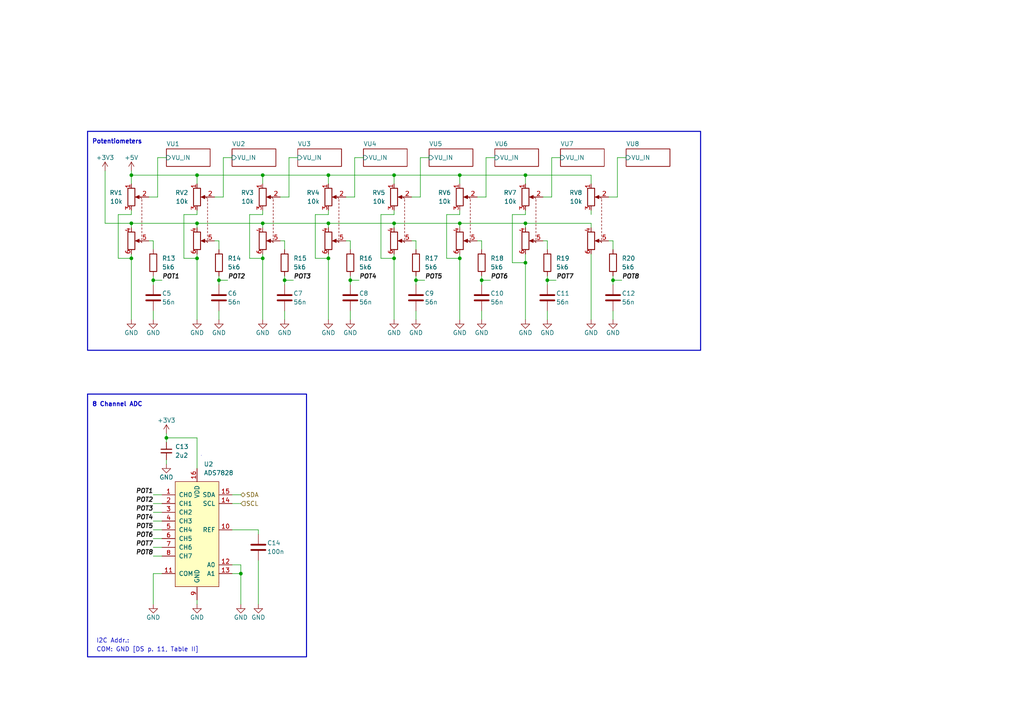
<source format=kicad_sch>
(kicad_sch (version 20230121) (generator eeschema)
  (paper "A4")
  (lib_symbols
    (symbol "Analog_ADC:ADS7828" (pin_names (offset 1.016))
      (property "Reference" "U" (at -5.08 15.24 0))
      (property "Value" "ADS7828" (at 5.08 15.24 0))
      (symbol "ADS7828_0_1"
        (rectangle (start -6.35 13.97) (end 6.35 -16.51) (fill (type background)))
        (rectangle (start 6.35 -15.24) (end 6.35 -15.24))
      )
      (symbol "ADS7828_1_1"
        (pin input line (at -10.16 10.16 0) (length 3.81) (name "CH0") (number "1"))
        (pin bidirectional line (at 10.16 0 180) (length 3.81) (name "REF") (number "10"))
        (pin input line (at -10.16 -12.7 0) (length 3.81) (name "COM") (number "11"))
        (pin input line (at 10.16 -10.16 180) (length 3.81) (name "A0") (number "12"))
        (pin input line (at 10.16 -12.7 180) (length 3.81) (name "A1") (number "13"))
        (pin input line (at 10.16 7.62 180) (length 3.81) (name "SCL") (number "14"))
        (pin bidirectional line (at 10.16 10.16 180) (length 3.81) (name "SDA") (number "15"))
        (pin power_in line (at 0 17.78 270) (length 3.81) (name "VDD") (number "16"))
        (pin input line (at -10.16 7.62 0) (length 3.81) (name "CH1") (number "2"))
        (pin input line (at -10.16 5.08 0) (length 3.81) (name "CH2") (number "3"))
        (pin input line (at -10.16 2.54 0) (length 3.81) (name "CH3") (number "4"))
        (pin input line (at -10.16 0 0) (length 3.81) (name "CH4") (number "5"))
        (pin input line (at -10.16 -2.54 0) (length 3.81) (name "CH5") (number "6"))
        (pin input line (at -10.16 -5.08 0) (length 3.81) (name "CH6") (number "7"))
        (pin input line (at -10.16 -7.62 0) (length 3.81) (name "CH7") (number "8"))
        (pin power_in line (at 0 -20.32 90) (length 3.81) (name "GND") (number "9"))
      )
    )
    (symbol "Device:C" (pin_numbers hide) (pin_names (offset 0.254))
      (property "Reference" "C" (at 0.635 2.54 0))
      (property "Value" "C" (at 0.635 -2.54 0))
      (symbol "C_0_1"
        (polyline (pts (xy -2.032 -0.762) (xy 2.032 -0.762)) (stroke (width 0.508)))
        (polyline (pts (xy -2.032 0.762) (xy 2.032 0.762)) (stroke (width 0.508)))
      )
      (symbol "C_1_1"
        (pin passive line (at 0 3.81 270) (length 2.794) (name "~") (number "1"))
        (pin passive line (at 0 -3.81 90) (length 2.794) (name "~") (number "2"))
      )
    )
    (symbol "Device:C_Small" (pin_numbers hide) (pin_names (offset 0.254) hide)
      (property "Reference" "C" (at 0.254 1.778 0))
      (property "Value" "C_Small" (at 0.254 -2.032 0))
      (symbol "C_Small_0_1"
        (polyline (pts (xy -1.524 -0.508) (xy 1.524 -0.508)) (stroke (width 0.3302)))
        (polyline (pts (xy -1.524 0.508) (xy 1.524 0.508)) (stroke (width 0.3048)))
      )
      (symbol "C_Small_1_1"
        (pin passive line (at 0 2.54 270) (length 2.032) (name "~") (number "1"))
        (pin passive line (at 0 -2.54 90) (length 2.032) (name "~") (number "2"))
      )
    )
    (symbol "Device:R" (pin_numbers hide) (pin_names (offset 0))
      (property "Reference" "R" (at 2.032 0 90))
      (property "Value" "R" (at 0 0 90))
      (symbol "R_0_1"
        (rectangle (start -1.016 -2.54) (end 1.016 2.54) (stroke (width 0.254)))
      )
      (symbol "R_1_1"
        (pin passive line (at 0 3.81 270) (length 1.27) (name "~") (number "1"))
        (pin passive line (at 0 -3.81 90) (length 1.27) (name "~") (number "2"))
      )
    )
    (symbol "Device:R_Potentiometer_Dual" (pin_names (offset 1.016) hide)
      (property "Reference" "RV" (at 0 3.81 0))
      (property "Value" "R_Potentiometer_Dual" (at 0 1.905 0))
      (symbol "R_Potentiometer_Dual_0_1"
        (rectangle (start -8.89 -1.524) (end -3.81 -3.556) (stroke (width 0.254)))
        (polyline (pts (xy -6.35 0) (xy -6.35 -1.016)))
        (polyline (pts (xy -6.35 0) (xy -6.35 -1.016)))
        (polyline (pts (xy -6.35 0) (xy -5.842 0.508)))
        (polyline (pts (xy -5.588 0.508) (xy -5.08 0.508)))
        (polyline (pts (xy -4.572 0.508) (xy -4.064 0.508)))
        (polyline (pts (xy -3.556 0.508) (xy -3.048 0.508)))
        (polyline (pts (xy -2.54 0.508) (xy -2.032 0.508)))
        (polyline (pts (xy -1.524 0.508) (xy -1.016 0.508)))
        (polyline (pts (xy -0.508 0.508) (xy 0 0.508)))
        (polyline (pts (xy 0.508 0.508) (xy 1.016 0.508)))
        (polyline (pts (xy 1.524 0.508) (xy 2.032 0.508)))
        (polyline (pts (xy 2.54 0.508) (xy 3.048 0.508)))
        (polyline (pts (xy 3.556 0.508) (xy 4.064 0.508)))
        (polyline (pts (xy 4.572 0.508) (xy 5.08 0.508)))
        (polyline (pts (xy 5.588 0.508) (xy 6.096 0.508)))
        (polyline (pts (xy 6.35 0) (xy 6.35 -1.016)))
        (polyline (pts (xy 6.35 0) (xy 6.35 -1.016)))
        (polyline (pts (xy 6.604 0.508) (xy 6.858 0.508) (xy 6.35 0)))
        (polyline (pts (xy -6.35 -1.397) (xy -6.858 -0.254) (xy -5.842 -0.254) (xy -6.35 -1.397)) (fill (type outline)))
        (polyline (pts (xy 6.35 -1.397) (xy 5.842 -0.254) (xy 6.858 -0.254) (xy 6.35 -1.397)) (fill (type outline)))
        (rectangle (start 3.81 -1.524) (end 8.89 -3.556) (stroke (width 0.254)))
      )
      (symbol "R_Potentiometer_Dual_1_1"
        (pin passive line (at -10.16 -2.54 0) (length 1.27) (name "1") (number "1"))
        (pin passive line (at -6.35 2.54 270) (length 2.54) (name "2") (number "2"))
        (pin passive line (at -2.54 -2.54 180) (length 1.27) (name "3") (number "3"))
        (pin passive line (at 2.54 -2.54 0) (length 1.27) (name "4") (number "4"))
        (pin passive line (at 6.35 2.54 270) (length 2.54) (name "5") (number "5"))
        (pin passive line (at 10.16 -2.54 180) (length 1.27) (name "6") (number "6"))
      )
    )
    (symbol "power:+3V3" (power) (pin_names (offset 0))
      (property "Value" "+3V3" (at 0 3.556 0))
      (symbol "+3V3_0_1"
        (polyline (pts (xy -0.762 1.27) (xy 0 2.54)))
        (polyline (pts (xy 0 0) (xy 0 2.54)))
        (polyline (pts (xy 0 2.54) (xy 0.762 1.27)))
      )
      (symbol "+3V3_1_1"
        (pin power_in line (at 0 0 90) (length 0) hide (name "+3V3") (number "1"))
      )
    )
    (symbol "power:+5V" (power) (pin_names (offset 0))
      (property "Value" "+5V" (at 0 3.556 0))
      (symbol "+5V_0_1"
        (polyline (pts (xy -0.762 1.27) (xy 0 2.54)))
        (polyline (pts (xy 0 0) (xy 0 2.54)))
        (polyline (pts (xy 0 2.54) (xy 0.762 1.27)))
      )
      (symbol "+5V_1_1"
        (pin power_in line (at 0 0 90) (length 0) hide (name "+5V") (number "1"))
      )
    )
    (symbol "power:GND" (power) (pin_names (offset 0))
      (property "Value" "GND" (at 0 -3.81 0))
      (symbol "GND_0_1"
        (polyline (pts (xy 0 0) (xy 0 -1.27) (xy 1.27 -1.27) (xy 0 -2.54) (xy -1.27 -1.27) (xy 0 -1.27)))
      )
      (symbol "GND_1_1"
        (pin power_in line (at 0 0 270) (length 0) hide (name "GND") (number "1"))
      )
    )
  )
  (junction (at 57.15 64.77))
  (junction (at 48.26 127))
  (junction (at 101.6 81.28))
  (junction (at 114.3 64.77))
  (junction (at 38.1 64.77))
  (junction (at 38.1 50.8))
  (junction (at 114.3 74.93))
  (junction (at 82.55 81.28))
  (junction (at 57.15 74.93))
  (junction (at 44.45 81.28))
  (junction (at 69.85 166.37))
  (junction (at 95.25 74.93))
  (junction (at 76.2 74.93))
  (junction (at 158.75 81.28))
  (junction (at 152.4 50.8))
  (junction (at 152.4 64.77))
  (junction (at 76.2 64.77))
  (junction (at 38.1 74.93))
  (junction (at 133.35 74.93))
  (junction (at 63.5 81.28))
  (junction (at 114.3 50.8))
  (junction (at 177.8 81.28))
  (junction (at 95.25 64.77))
  (junction (at 133.35 50.8))
  (junction (at 120.65 81.28))
  (junction (at 133.35 64.77))
  (junction (at 76.2 50.8))
  (junction (at 139.7 81.28))
  (junction (at 152.4 76.2))
  (junction (at 57.15 50.8))
  (junction (at 95.25 50.8))
  (wire (pts (xy 72.39 74.93) (xy 76.2 74.93)))
  (wire (pts (xy 44.45 92.71) (xy 44.45 90.17)))
  (wire (pts (xy 43.18 57.15) (xy 45.72 57.15)))
  (wire (pts (xy 110.49 62.23) (xy 110.49 74.93)))
  (wire (pts (xy 34.29 62.23) (xy 34.29 74.93)))
  (wire (pts (xy 45.72 45.72) (xy 48.26 45.72)))
  (wire (pts (xy 44.45 158.75) (xy 46.99 158.75)))
  (wire (pts (xy 120.65 80.01) (xy 120.65 81.28)))
  (wire (pts (xy 57.15 64.77) (xy 57.15 66.04)))
  (wire (pts (xy 63.5 80.01) (xy 63.5 81.28)))
  (wire (pts (xy 38.1 64.77) (xy 57.15 64.77)))
  (wire (pts (xy 48.26 127) (xy 57.15 127)))
  (wire (pts (xy 140.97 45.72) (xy 143.51 45.72)))
  (wire (pts (xy 76.2 64.77) (xy 76.2 66.04)))
  (wire (pts (xy 101.6 69.85) (xy 101.6 72.39)))
  (wire (pts (xy 102.87 57.15) (xy 102.87 45.72)))
  (wire (pts (xy 152.4 62.23) (xy 148.59 62.23)))
  (wire (pts (xy 114.3 73.66) (xy 114.3 74.93)))
  (wire (pts (xy 72.39 62.23) (xy 76.2 62.23)))
  (wire (pts (xy 76.2 74.93) (xy 76.2 92.71)))
  (wire (pts (xy 76.2 64.77) (xy 95.25 64.77)))
  (wire (pts (xy 176.53 69.85) (xy 177.8 69.85)))
  (wire (pts (xy 95.25 73.66) (xy 95.25 74.93)))
  (wire (pts (xy 133.35 64.77) (xy 152.4 64.77)))
  (wire (pts (xy 120.65 81.28) (xy 120.65 82.55)))
  (wire (pts (xy 176.53 57.15) (xy 179.07 57.15)))
  (wire (pts (xy 101.6 80.01) (xy 101.6 81.28)))
  (wire (pts (xy 63.5 69.85) (xy 63.5 72.39)))
  (wire (pts (xy 34.29 62.23) (xy 38.1 62.23)))
  (wire (pts (xy 114.3 64.77) (xy 133.35 64.77)))
  (wire (pts (xy 48.26 125.73) (xy 48.26 127)))
  (wire (pts (xy 158.75 81.28) (xy 161.29 81.28)))
  (wire (pts (xy 57.15 50.8) (xy 57.15 53.34)))
  (wire (pts (xy 82.55 92.71) (xy 82.55 90.17)))
  (wire (pts (xy 57.15 50.8) (xy 76.2 50.8)))
  (wire (pts (xy 129.54 74.93) (xy 133.35 74.93)))
  (wire (pts (xy 76.2 62.23) (xy 76.2 60.96)))
  (wire (pts (xy 48.26 127) (xy 48.26 128.27)))
  (wire (pts (xy 139.7 81.28) (xy 142.24 81.28)))
  (wire (pts (xy 63.5 92.71) (xy 63.5 90.17)))
  (wire (pts (xy 46.99 166.37) (xy 44.45 166.37)))
  (wire (pts (xy 152.4 50.8) (xy 171.45 50.8)))
  (wire (pts (xy 102.87 45.72) (xy 105.41 45.72)))
  (wire (pts (xy 114.3 62.23) (xy 110.49 62.23)))
  (wire (pts (xy 171.45 50.8) (xy 171.45 53.34)))
  (wire (pts (xy 64.77 45.72) (xy 67.31 45.72)))
  (wire (pts (xy 133.35 64.77) (xy 133.35 66.04)))
  (wire (pts (xy 114.3 74.93) (xy 114.3 92.71)))
  (wire (pts (xy 81.28 69.85) (xy 82.55 69.85)))
  (wire (pts (xy 114.3 50.8) (xy 114.3 53.34)))
  (wire (pts (xy 76.2 50.8) (xy 95.25 50.8)))
  (wire (pts (xy 44.45 156.21) (xy 46.99 156.21)))
  (wire (pts (xy 57.15 73.66) (xy 57.15 74.93)))
  (wire (pts (xy 133.35 74.93) (xy 133.35 92.71)))
  (wire (pts (xy 139.7 69.85) (xy 139.7 72.39)))
  (wire (pts (xy 57.15 74.93) (xy 53.34 74.93)))
  (wire (pts (xy 152.4 64.77) (xy 152.4 66.04)))
  (wire (pts (xy 57.15 74.93) (xy 57.15 92.71)))
  (wire (pts (xy 67.31 166.37) (xy 69.85 166.37)))
  (wire (pts (xy 57.15 175.26) (xy 57.15 173.99)))
  (wire (pts (xy 120.65 81.28) (xy 123.19 81.28)))
  (wire (pts (xy 152.4 62.23) (xy 152.4 60.96)))
  (wire (pts (xy 120.65 92.71) (xy 120.65 90.17)))
  (wire (pts (xy 95.25 64.77) (xy 95.25 66.04)))
  (wire (pts (xy 177.8 80.01) (xy 177.8 81.28)))
  (wire (pts (xy 95.25 64.77) (xy 114.3 64.77)))
  (wire (pts (xy 121.92 57.15) (xy 121.92 45.72)))
  (wire (pts (xy 63.5 81.28) (xy 63.5 82.55)))
  (wire (pts (xy 69.85 166.37) (xy 69.85 163.83)))
  (wire (pts (xy 95.25 50.8) (xy 95.25 53.34)))
  (wire (pts (xy 121.92 45.72) (xy 124.46 45.72)))
  (wire (pts (xy 152.4 64.77) (xy 171.45 64.77)))
  (wire (pts (xy 133.35 62.23) (xy 129.54 62.23)))
  (wire (pts (xy 139.7 92.71) (xy 139.7 90.17)))
  (wire (pts (xy 83.82 57.15) (xy 83.82 45.72)))
  (wire (pts (xy 74.93 153.67) (xy 67.31 153.67)))
  (wire (pts (xy 157.48 57.15) (xy 160.02 57.15)))
  (wire (pts (xy 95.25 62.23) (xy 91.44 62.23)))
  (wire (pts (xy 44.45 151.13) (xy 46.99 151.13)))
  (wire (pts (xy 139.7 80.01) (xy 139.7 81.28)))
  (wire (pts (xy 82.55 81.28) (xy 82.55 82.55)))
  (wire (pts (xy 38.1 49.53) (xy 38.1 50.8)))
  (wire (pts (xy 30.48 49.53) (xy 30.48 64.77)))
  (wire (pts (xy 44.45 153.67) (xy 46.99 153.67)))
  (wire (pts (xy 81.28 57.15) (xy 83.82 57.15)))
  (wire (pts (xy 158.75 92.71) (xy 158.75 90.17)))
  (wire (pts (xy 44.45 166.37) (xy 44.45 175.26)))
  (wire (pts (xy 133.35 62.23) (xy 133.35 60.96)))
  (wire (pts (xy 69.85 166.37) (xy 69.85 175.26)))
  (wire (pts (xy 158.75 80.01) (xy 158.75 81.28)))
  (wire (pts (xy 44.45 161.29) (xy 46.99 161.29)))
  (wire (pts (xy 95.25 50.8) (xy 114.3 50.8)))
  (wire (pts (xy 95.25 74.93) (xy 95.25 92.71)))
  (wire (pts (xy 100.33 69.85) (xy 101.6 69.85)))
  (wire (pts (xy 44.45 81.28) (xy 44.45 82.55)))
  (wire (pts (xy 76.2 50.8) (xy 76.2 53.34)))
  (wire (pts (xy 38.1 66.04) (xy 38.1 64.77)))
  (wire (pts (xy 82.55 80.01) (xy 82.55 81.28)))
  (wire (pts (xy 64.77 57.15) (xy 64.77 45.72)))
  (wire (pts (xy 91.44 62.23) (xy 91.44 74.93)))
  (wire (pts (xy 140.97 57.15) (xy 140.97 45.72)))
  (wire (pts (xy 44.45 69.85) (xy 44.45 72.39)))
  (wire (pts (xy 160.02 57.15) (xy 160.02 45.72)))
  (wire (pts (xy 133.35 50.8) (xy 152.4 50.8)))
  (wire (pts (xy 53.34 62.23) (xy 57.15 62.23)))
  (wire (pts (xy 114.3 64.77) (xy 114.3 66.04)))
  (wire (pts (xy 44.45 81.28) (xy 46.99 81.28)))
  (wire (pts (xy 152.4 73.66) (xy 152.4 76.2)))
  (wire (pts (xy 114.3 62.23) (xy 114.3 60.96)))
  (wire (pts (xy 133.35 50.8) (xy 133.35 53.34)))
  (wire (pts (xy 148.59 76.2) (xy 152.4 76.2)))
  (wire (pts (xy 62.23 57.15) (xy 64.77 57.15)))
  (wire (pts (xy 138.43 57.15) (xy 140.97 57.15)))
  (wire (pts (xy 171.45 62.23) (xy 171.45 60.96)))
  (wire (pts (xy 30.48 64.77) (xy 38.1 64.77)))
  (wire (pts (xy 44.45 143.51) (xy 46.99 143.51)))
  (wire (pts (xy 160.02 45.72) (xy 162.56 45.72)))
  (wire (pts (xy 67.31 143.51) (xy 69.85 143.51)))
  (wire (pts (xy 83.82 45.72) (xy 86.36 45.72)))
  (wire (pts (xy 57.15 64.77) (xy 76.2 64.77)))
  (wire (pts (xy 171.45 64.77) (xy 171.45 66.04)))
  (wire (pts (xy 67.31 146.05) (xy 69.85 146.05)))
  (wire (pts (xy 133.35 73.66) (xy 133.35 74.93)))
  (wire (pts (xy 62.23 69.85) (xy 63.5 69.85)))
  (wire (pts (xy 38.1 73.66) (xy 38.1 74.93)))
  (wire (pts (xy 57.15 127) (xy 57.15 135.89)))
  (wire (pts (xy 74.93 153.67) (xy 74.93 154.94)))
  (wire (pts (xy 76.2 73.66) (xy 76.2 74.93)))
  (wire (pts (xy 101.6 92.71) (xy 101.6 90.17)))
  (wire (pts (xy 100.33 57.15) (xy 102.87 57.15)))
  (wire (pts (xy 101.6 81.28) (xy 104.14 81.28)))
  (wire (pts (xy 38.1 50.8) (xy 57.15 50.8)))
  (wire (pts (xy 119.38 57.15) (xy 121.92 57.15)))
  (wire (pts (xy 95.25 62.23) (xy 95.25 60.96)))
  (wire (pts (xy 74.93 162.56) (xy 74.93 175.26)))
  (wire (pts (xy 114.3 50.8) (xy 133.35 50.8)))
  (wire (pts (xy 129.54 62.23) (xy 129.54 74.93)))
  (wire (pts (xy 157.48 69.85) (xy 158.75 69.85)))
  (wire (pts (xy 101.6 81.28) (xy 101.6 82.55)))
  (wire (pts (xy 91.44 74.93) (xy 95.25 74.93)))
  (wire (pts (xy 48.26 134.62) (xy 48.26 133.35)))
  (wire (pts (xy 72.39 62.23) (xy 72.39 74.93)))
  (wire (pts (xy 38.1 50.8) (xy 38.1 53.34)))
  (wire (pts (xy 82.55 81.28) (xy 85.09 81.28)))
  (wire (pts (xy 119.38 69.85) (xy 120.65 69.85)))
  (wire (pts (xy 67.31 163.83) (xy 69.85 163.83)))
  (wire (pts (xy 177.8 81.28) (xy 177.8 82.55)))
  (wire (pts (xy 179.07 57.15) (xy 179.07 45.72)))
  (wire (pts (xy 138.43 69.85) (xy 139.7 69.85)))
  (wire (pts (xy 152.4 76.2) (xy 152.4 92.71)))
  (wire (pts (xy 63.5 81.28) (xy 66.04 81.28)))
  (wire (pts (xy 53.34 74.93) (xy 53.34 62.23)))
  (wire (pts (xy 34.29 74.93) (xy 38.1 74.93)))
  (wire (pts (xy 152.4 50.8) (xy 152.4 53.34)))
  (wire (pts (xy 177.8 92.71) (xy 177.8 90.17)))
  (wire (pts (xy 177.8 69.85) (xy 177.8 72.39)))
  (wire (pts (xy 120.65 69.85) (xy 120.65 72.39)))
  (wire (pts (xy 57.15 62.23) (xy 57.15 60.96)))
  (wire (pts (xy 38.1 60.96) (xy 38.1 62.23)))
  (wire (pts (xy 158.75 69.85) (xy 158.75 72.39)))
  (wire (pts (xy 139.7 81.28) (xy 139.7 82.55)))
  (wire (pts (xy 171.45 73.66) (xy 171.45 92.71)))
  (wire (pts (xy 44.45 80.01) (xy 44.45 81.28)))
  (wire (pts (xy 110.49 74.93) (xy 114.3 74.93)))
  (wire (pts (xy 158.75 81.28) (xy 158.75 82.55)))
  (wire (pts (xy 148.59 62.23) (xy 148.59 76.2)))
  (wire (pts (xy 179.07 45.72) (xy 181.61 45.72)))
  (wire (pts (xy 177.8 81.28) (xy 180.34 81.28)))
  (wire (pts (xy 38.1 74.93) (xy 38.1 92.71)))
  (wire (pts (xy 45.72 57.15) (xy 45.72 45.72)))
  (wire (pts (xy 44.45 146.05) (xy 46.99 146.05)))
  (wire (pts (xy 44.45 148.59) (xy 46.99 148.59)))
  (wire (pts (xy 43.18 69.85) (xy 44.45 69.85)))
  (wire (pts (xy 82.55 69.85) (xy 82.55 72.39)))
  (rectangle (start 25.4 38.1) (end 203.2 101.6) (stroke (width 0.3)))
  (rectangle (start 58.42 132.08) (end 58.42 132.08))
  (rectangle (start 25.4 114.3) (end 88.9 190.5) (stroke (width 0.3)))
  (text "I2C Addr.:" (at 27.94 186.69 0) (effects (font (size 1.27 1.27)) (justify left bottom)))
  (text "COM: GND [DS p. 11, Table II]" (at 27.94 189.23 0) (effects (font (size 1.27 1.27)) (justify left bottom)))
  (text "8 Channel ADC" (at 26.67 118.11 0) (effects (font (size 1.27 1.27) (thickness 0.254) bold) (justify left bottom)))
  (text "Potentiometers" (at 26.67 41.91 0) (effects (font (size 1.27 1.27) (thickness 0.254) bold) (justify left bottom)))
  (label "POT1" (at 46.99 81.28 0) (effects (font (thickness 0.254) bold italic)))
  (label "POT2" (at 44.45 146.05 180) (effects (font (thickness 0.254) bold italic)))
  (label "POT4" (at 104.14 81.28 0) (effects (font (thickness 0.254) bold italic)))
  (label "POT7" (at 44.45 158.75 180) (effects (font (thickness 0.254) bold italic)))
  (label "POT3" (at 85.09 81.28 0) (effects (font (thickness 0.254) bold italic)))
  (label "POT4" (at 44.45 151.13 180) (effects (font (thickness 0.254) bold italic)))
  (label "POT5" (at 44.45 153.67 180) (effects (font (thickness 0.254) bold italic)))
  (label "POT3" (at 44.45 148.59 180) (effects (font (thickness 0.254) bold italic)))
  (label "POT6" (at 44.45 156.21 180) (effects (font (thickness 0.254) bold italic)))
  (label "POT2" (at 66.04 81.28 0) (effects (font (thickness 0.254) bold italic)))
  (label "POT7" (at 161.29 81.28 0) (effects (font (thickness 0.254) bold italic)))
  (label "POT8" (at 44.45 161.29 180) (effects (font (thickness 0.254) bold italic)))
  (label "POT1" (at 44.45 143.51 180) (effects (font (thickness 0.254) bold italic)))
  (label "POT8" (at 180.34 81.28 0) (effects (font (thickness 0.254) bold italic)))
  (label "POT5" (at 123.19 81.28 0) (effects (font (thickness 0.254) bold italic)))
  (label "POT6" (at 142.24 81.28 0) (effects (font (thickness 0.254) bold italic)))
  (hierarchical_label "SCL" (shape input) (at 69.85 146.05 0))
  (hierarchical_label "SDA" (shape bidirectional) (at 69.85 143.51 0))
  (symbol (lib_id "power:GND") (at 69.85 175.26 0) (unit 1)
    (property "Reference" "#PWR039" (effects hide))
    (property "Value" "GND" (at 69.85 179.07 0))
    (instances (project "SoundControl" (path "" (reference "#PWR039") (unit 1)) (path "" (reference "#PWR047") (unit 1))))
  )
  (symbol (lib_id "Device:C") (at 44.45 86.36 0) (unit 1)
    (property "Reference" "C5" (at 46.99 85.09 0) (effects (justify left)))
    (property "Value" "56n" (at 46.99 87.63 0) (effects (justify left)))
    (property "Footprint" "Capacitor_SMD:C_1206_3216Metric_Pad1.33x1.80mm_HandSolder" (effects hide))
  )
  (symbol (lib_id "power:GND") (at 74.93 175.26 0) (unit 1)
    (property "Reference" "#PWR039" (effects hide))
    (property "Value" "GND" (at 74.93 179.07 0))
    (instances (project "SoundControl" (path "" (reference "#PWR039") (unit 1)) (path "" (reference "#PWR048") (unit 1))))
  )
  (symbol (lib_id "Device:R_Potentiometer_Dual") (at 173.99 63.5 270) (unit 1)
    (property "Reference" "RV8" (at 168.91 55.88 90) (effects (justify right)))
    (property "Value" "10k" (at 168.91 58.42 90) (effects (justify right)))
    (property "Footprint" "Poti:RS60112A600N" (effects hide))
  )
  (symbol (lib_id "power:+3V3") (at 30.48 49.53 0) (unit 1)
    (property "Reference" "#PWR025" (effects hide))
    (property "Value" "+3V3" (at 30.48 45.72 0))
  )
  (symbol (lib_id "power:GND") (at 38.1 92.71 0) (unit 1)
    (property "Reference" "#PWR02" (effects hide))
    (property "Value" "GND" (at 38.1 96.52 0))
    (instances (project "SoundControl" (path "" (reference "#PWR02") (unit 1)) (path "" (reference "#PWR027") (unit 1))))
  )
  (symbol (lib_id "power:GND") (at 44.45 175.26 0) (unit 1)
    (property "Reference" "#PWR039" (effects hide))
    (property "Value" "GND" (at 44.45 179.07 0))
    (instances (project "SoundControl" (path "" (reference "#PWR039") (unit 1)) (path "" (reference "#PWR045") (unit 1))))
  )
  (symbol (lib_id "Device:R") (at 82.55 76.2 0) (unit 1)
    (property "Reference" "R15" (at 85.09 74.93 0) (effects (justify left)))
    (property "Value" "5k6" (at 85.09 77.47 0) (effects (justify left)))
    (property "Footprint" "Resistor_SMD:R_1206_3216Metric_Pad1.30x1.75mm_HandSolder" (effects hide))
  )
  (symbol (lib_id "power:GND") (at 57.15 175.26 0) (unit 1)
    (property "Reference" "#PWR038" (effects hide))
    (property "Value" "GND" (at 57.15 179.07 0))
    (instances (project "SoundControl" (path "" (reference "#PWR038") (unit 1)) (path "" (reference "#PWR046") (unit 1))))
  )
  (symbol (lib_id "power:GND") (at 177.8 92.71 0) (unit 1)
    (property "Reference" "#PWR02" (effects hide))
    (property "Value" "GND" (at 177.8 96.52 0))
    (instances (project "SoundControl" (path "" (reference "#PWR02") (unit 1)) (path "" (reference "#PWR042") (unit 1))))
  )
  (symbol (lib_id "Device:C") (at 158.75 86.36 0) (unit 1)
    (property "Reference" "C11" (at 161.29 85.09 0) (effects (justify left)))
    (property "Value" "56n" (at 161.29 87.63 0) (effects (justify left)))
    (property "Footprint" "Capacitor_SMD:C_1206_3216Metric_Pad1.33x1.80mm_HandSolder" (effects hide))
  )
  (symbol (lib_id "Device:R") (at 63.5 76.2 0) (unit 1)
    (property "Reference" "R14" (at 66.04 74.93 0) (effects (justify left)))
    (property "Value" "5k6" (at 66.04 77.47 0) (effects (justify left)))
    (property "Footprint" "Resistor_SMD:R_1206_3216Metric_Pad1.30x1.75mm_HandSolder" (effects hide))
  )
  (symbol (lib_id "Device:R") (at 139.7 76.2 0) (unit 1)
    (property "Reference" "R18" (at 142.24 74.93 0) (effects (justify left)))
    (property "Value" "5k6" (at 142.24 77.47 0) (effects (justify left)))
    (property "Footprint" "Resistor_SMD:R_1206_3216Metric_Pad1.30x1.75mm_HandSolder" (effects hide))
  )
  (symbol (lib_id "power:GND") (at 95.25 92.71 0) (unit 1)
    (property "Reference" "#PWR02" (effects hide))
    (property "Value" "GND" (at 95.25 96.52 0))
    (instances (project "SoundControl" (path "" (reference "#PWR02") (unit 1)) (path "" (reference "#PWR033") (unit 1))))
  )
  (symbol (lib_id "Device:C") (at 82.55 86.36 0) (unit 1)
    (property "Reference" "C7" (at 85.09 85.09 0) (effects (justify left)))
    (property "Value" "56n" (at 85.09 87.63 0) (effects (justify left)))
    (property "Footprint" "Capacitor_SMD:C_1206_3216Metric_Pad1.33x1.80mm_HandSolder" (effects hide))
  )
  (symbol (lib_id "Device:C") (at 177.8 86.36 0) (unit 1)
    (property "Reference" "C12" (at 180.34 85.09 0) (effects (justify left)))
    (property "Value" "56n" (at 180.34 87.63 0) (effects (justify left)))
    (property "Footprint" "Capacitor_SMD:C_1206_3216Metric_Pad1.33x1.80mm_HandSolder" (effects hide))
  )
  (symbol (lib_id "Device:R_Potentiometer_Dual") (at 59.69 63.5 270) (unit 1)
    (property "Reference" "RV2" (at 54.61 55.88 90) (effects (justify right)))
    (property "Value" "10k" (at 54.61 58.42 90) (effects (justify right)))
    (property "Footprint" "Poti:RS60112A600N" (effects hide))
  )
  (symbol (lib_id "Device:C") (at 101.6 86.36 0) (unit 1)
    (property "Reference" "C8" (at 104.14 85.09 0) (effects (justify left)))
    (property "Value" "56n" (at 104.14 87.63 0) (effects (justify left)))
    (property "Footprint" "Capacitor_SMD:C_1206_3216Metric_Pad1.33x1.80mm_HandSolder" (effects hide))
  )
  (symbol (lib_id "Device:C_Small") (at 48.26 130.81 0) (unit 1)
    (property "Reference" "C13" (at 50.8 129.5463 0) (effects (justify left)))
    (property "Value" "2u2" (at 50.8 132.0863 0) (effects (justify left)))
    (property "Footprint" "Capacitor_SMD:C_1206_3216Metric_Pad1.33x1.80mm_HandSolder" (effects hide))
  )
  (symbol (lib_id "power:GND") (at 133.35 92.71 0) (unit 1)
    (property "Reference" "#PWR02" (effects hide))
    (property "Value" "GND" (at 133.35 96.52 0))
    (instances (project "SoundControl" (path "" (reference "#PWR02") (unit 1)) (path "" (reference "#PWR037") (unit 1))))
  )
  (symbol (lib_id "Device:R_Potentiometer_Dual") (at 97.79 63.5 270) (unit 1)
    (property "Reference" "RV4" (at 92.71 55.88 90) (effects (justify right)))
    (property "Value" "10k" (at 92.71 58.42 90) (effects (justify right)))
    (property "Footprint" "Poti:RS60112A600N" (effects hide))
  )
  (symbol (lib_id "power:GND") (at 171.45 92.71 0) (unit 1)
    (property "Reference" "#PWR02" (effects hide))
    (property "Value" "GND" (at 171.45 96.52 0))
    (instances (project "SoundControl" (path "" (reference "#PWR02") (unit 1)) (path "" (reference "#PWR041") (unit 1))))
  )
  (symbol (lib_id "Device:C") (at 74.93 158.75 0) (unit 1)
    (property "Reference" "C14" (at 77.47 157.48 0) (effects (justify left)))
    (property "Value" "100n" (at 77.47 160.02 0) (effects (justify left)))
    (property "Footprint" "Capacitor_SMD:C_1206_3216Metric_Pad1.33x1.80mm_HandSolder" (effects hide))
  )
  (symbol (lib_id "Device:R_Potentiometer_Dual") (at 78.74 63.5 270) (unit 1)
    (property "Reference" "RV3" (at 73.66 55.88 90) (effects (justify right)))
    (property "Value" "10k" (at 73.66 58.42 90) (effects (justify right)))
    (property "Footprint" "Poti:RS60112A600N" (effects hide))
  )
  (symbol (lib_id "power:GND") (at 48.26 134.62 0) (unit 1)
    (property "Reference" "#PWR039" (effects hide))
    (property "Value" "GND" (at 48.26 138.43 0))
    (instances (project "SoundControl" (path "" (reference "#PWR039") (unit 1)) (path "" (reference "#PWR044") (unit 1))))
  )
  (symbol (lib_id "power:GND") (at 82.55 92.71 0) (unit 1)
    (property "Reference" "#PWR02" (effects hide))
    (property "Value" "GND" (at 82.55 96.52 0))
    (instances (project "SoundControl" (path "" (reference "#PWR02") (unit 1)) (path "" (reference "#PWR032") (unit 1))))
  )
  (symbol (lib_id "Device:R_Potentiometer_Dual") (at 135.89 63.5 270) (unit 1)
    (property "Reference" "RV6" (at 130.81 55.88 90) (effects (justify right)))
    (property "Value" "10k" (at 130.81 58.42 90) (effects (justify right)))
    (property "Footprint" "Poti:RS60112A600N" (effects hide))
  )
  (symbol (lib_id "Device:R") (at 44.45 76.2 0) (unit 1)
    (property "Reference" "R13" (at 46.99 74.93 0) (effects (justify left)))
    (property "Value" "5k6" (at 46.99 77.47 0) (effects (justify left)))
    (property "Footprint" "Resistor_SMD:R_1206_3216Metric_Pad1.30x1.75mm_HandSolder" (effects hide))
  )
  (symbol (lib_id "power:GND") (at 63.5 92.71 0) (unit 1)
    (property "Reference" "#PWR02" (effects hide))
    (property "Value" "GND" (at 63.5 96.52 0))
    (instances (project "SoundControl" (path "" (reference "#PWR02") (unit 1)) (path "" (reference "#PWR030") (unit 1))))
  )
  (symbol (lib_id "power:GND") (at 57.15 92.71 0) (unit 1)
    (property "Reference" "#PWR02" (effects hide))
    (property "Value" "GND" (at 57.15 96.52 0))
    (instances (project "SoundControl" (path "" (reference "#PWR02") (unit 1)) (path "" (reference "#PWR029") (unit 1))))
  )
  (symbol (lib_id "power:+3V3") (at 48.26 125.73 0) (unit 1)
    (property "Reference" "#PWR01" (effects hide))
    (property "Value" "+3V3" (at 48.26 121.92 0))
    (instances (project "SoundControl" (path "" (reference "#PWR01") (unit 1)) (path "" (reference "#PWR043") (unit 1))))
  )
  (symbol (lib_id "power:GND") (at 76.2 92.71 0) (unit 1)
    (property "Reference" "#PWR02" (effects hide))
    (property "Value" "GND" (at 76.2 96.52 0))
    (instances (project "SoundControl" (path "" (reference "#PWR02") (unit 1)) (path "" (reference "#PWR031") (unit 1))))
  )
  (symbol (lib_id "power:GND") (at 139.7 92.71 0) (unit 1)
    (property "Reference" "#PWR02" (effects hide))
    (property "Value" "GND" (at 139.7 96.52 0))
    (instances (project "SoundControl" (path "" (reference "#PWR02") (unit 1)) (path "" (reference "#PWR038") (unit 1))))
  )
  (symbol (lib_id "Device:R_Potentiometer_Dual") (at 116.84 63.5 270) (unit 1)
    (property "Reference" "RV5" (at 111.76 55.88 90) (effects (justify right)))
    (property "Value" "10k" (at 111.76 58.42 90) (effects (justify right)))
    (property "Footprint" "Poti:RS60112A600N" (effects hide))
  )
  (symbol (lib_id "Device:C") (at 120.65 86.36 0) (unit 1)
    (property "Reference" "C9" (at 123.19 85.09 0) (effects (justify left)))
    (property "Value" "56n" (at 123.19 87.63 0) (effects (justify left)))
    (property "Footprint" "Capacitor_SMD:C_1206_3216Metric_Pad1.33x1.80mm_HandSolder" (effects hide))
  )
  (symbol (lib_id "Device:R") (at 120.65 76.2 0) (unit 1)
    (property "Reference" "R17" (at 123.19 74.93 0) (effects (justify left)))
    (property "Value" "5k6" (at 123.19 77.47 0) (effects (justify left)))
    (property "Footprint" "Resistor_SMD:R_1206_3216Metric_Pad1.30x1.75mm_HandSolder" (effects hide))
  )
  (symbol (lib_id "Device:R_Potentiometer_Dual") (at 154.94 63.5 270) (unit 1)
    (property "Reference" "RV7" (at 149.86 55.88 90) (effects (justify right)))
    (property "Value" "10k" (at 149.86 58.42 90) (effects (justify right)))
    (property "Footprint" "Poti:RS60112A600N" (effects hide))
  )
  (symbol (lib_id "power:GND") (at 101.6 92.71 0) (unit 1)
    (property "Reference" "#PWR02" (effects hide))
    (property "Value" "GND" (at 101.6 96.52 0))
    (instances (project "SoundControl" (path "" (reference "#PWR02") (unit 1)) (path "" (reference "#PWR034") (unit 1))))
  )
  (symbol (lib_id "power:GND") (at 114.3 92.71 0) (unit 1)
    (property "Reference" "#PWR02" (effects hide))
    (property "Value" "GND" (at 114.3 96.52 0))
    (instances (project "SoundControl" (path "" (reference "#PWR02") (unit 1)) (path "" (reference "#PWR035") (unit 1))))
  )
  (symbol (lib_id "Device:C") (at 63.5 86.36 0) (unit 1)
    (property "Reference" "C6" (at 66.04 85.09 0) (effects (justify left)))
    (property "Value" "56n" (at 66.04 87.63 0) (effects (justify left)))
    (property "Footprint" "Capacitor_SMD:C_1206_3216Metric_Pad1.33x1.80mm_HandSolder" (effects hide))
  )
  (symbol (lib_id "power:GND") (at 120.65 92.71 0) (unit 1)
    (property "Reference" "#PWR02" (effects hide))
    (property "Value" "GND" (at 120.65 96.52 0))
    (instances (project "SoundControl" (path "" (reference "#PWR02") (unit 1)) (path "" (reference "#PWR036") (unit 1))))
  )
  (symbol (lib_id "Device:R") (at 158.75 76.2 0) (unit 1)
    (property "Reference" "R19" (at 161.29 74.93 0) (effects (justify left)))
    (property "Value" "5k6" (at 161.29 77.47 0) (effects (justify left)))
    (property "Footprint" "Resistor_SMD:R_1206_3216Metric_Pad1.30x1.75mm_HandSolder" (effects hide))
  )
  (symbol (lib_id "Device:R_Potentiometer_Dual") (at 40.64 63.5 270) (unit 1)
    (property "Reference" "RV1" (at 35.56 55.88 90) (effects (justify right)))
    (property "Value" "10k" (at 35.56 58.42 90) (effects (justify right)))
    (property "Footprint" "Poti:RS60112A600N" (effects hide))
  )
  (symbol (lib_id "Device:C") (at 139.7 86.36 0) (unit 1)
    (property "Reference" "C10" (at 142.24 85.09 0) (effects (justify left)))
    (property "Value" "56n" (at 142.24 87.63 0) (effects (justify left)))
    (property "Footprint" "Capacitor_SMD:C_1206_3216Metric_Pad1.33x1.80mm_HandSolder" (effects hide))
  )
  (symbol (lib_id "power:+5V") (at 38.1 49.53 0) (unit 1)
    (property "Reference" "#PWR026" (effects hide))
    (property "Value" "+5V" (at 38.1 45.72 0))
  )
  (symbol (lib_id "power:GND") (at 158.75 92.71 0) (unit 1)
    (property "Reference" "#PWR02" (effects hide))
    (property "Value" "GND" (at 158.75 96.52 0))
    (instances (project "SoundControl" (path "" (reference "#PWR02") (unit 1)) (path "" (reference "#PWR040") (unit 1))))
  )
  (symbol (lib_id "Analog_ADC:ADS7828") (at 57.15 153.67 0) (unit 1)
    (property "Reference" "U2" (at 59.1059 134.62 0) (effects (justify left)))
    (property "Value" "ADS7828" (at 59.1059 137.16 0) (effects (justify left)))
    (property "Footprint" "Package_SO:TSSOP-16_4.4x5mm_P0.65mm" (effects hide))
    (property "Datasheet" "http://www.ti.com/lit/ds/symlink/ads7828.pdf" (effects hide))
    (instances (project "SoundControl" (path "" (reference "U2") (unit 1)) (path "" (reference "U1") (unit 1))))
  )
  (symbol (lib_id "power:GND") (at 44.45 92.71 0) (unit 1)
    (property "Reference" "#PWR02" (effects hide))
    (property "Value" "GND" (at 44.45 96.52 0))
    (instances (project "SoundControl" (path "" (reference "#PWR02") (unit 1)) (path "" (reference "#PWR028") (unit 1))))
  )
  (symbol (lib_id "Device:R") (at 177.8 76.2 0) (unit 1)
    (property "Reference" "R20" (at 180.34 74.93 0) (effects (justify left)))
    (property "Value" "5k6" (at 180.34 77.47 0) (effects (justify left)))
    (property "Footprint" "Resistor_SMD:R_1206_3216Metric_Pad1.30x1.75mm_HandSolder" (effects hide))
  )
  (symbol (lib_id "power:GND") (at 152.4 92.71 0) (unit 1)
    (property "Reference" "#PWR02" (effects hide))
    (property "Value" "GND" (at 152.4 96.52 0))
    (instances (project "SoundControl" (path "" (reference "#PWR02") (unit 1)) (path "" (reference "#PWR039") (unit 1))))
  )
  (symbol (lib_id "Device:R") (at 101.6 76.2 0) (unit 1)
    (property "Reference" "R16" (at 104.14 74.93 0) (effects (justify left)))
    (property "Value" "5k6" (at 104.14 77.47 0) (effects (justify left)))
    (property "Footprint" "Resistor_SMD:R_1206_3216Metric_Pad1.30x1.75mm_HandSolder" (effects hide))
  )
  (sheet (at 124.46 43.18) (size 12.7 5.08) (stroke (width 0.1524))
    (property "Sheetname" "VU5" (at 124.46 42.4684 0) (effects (justify left bottom)))
    (property "Sheetfile" "VU1.kicad_sch" (effects hide))
    (pin "VU_IN" input (at 124.46 45.72 180))
  )
  (sheet (at 162.56 43.18) (size 12.7 5.08) (stroke (width 0.1524))
    (property "Sheetname" "VU7" (at 162.56 42.4684 0) (effects (justify left bottom)))
    (property "Sheetfile" "VU1.kicad_sch" (effects hide))
    (pin "VU_IN" input (at 162.56 45.72 180))
  )
  (sheet (at 181.61 43.18) (size 12.7 5.08) (stroke (width 0.1524))
    (property "Sheetname" "VU8" (at 181.61 42.4684 0) (effects (justify left bottom)))
    (property "Sheetfile" "VU1.kicad_sch" (effects hide))
    (pin "VU_IN" input (at 181.61 45.72 180))
  )
  (sheet (at 86.36 43.18) (size 12.7 5.08) (stroke (width 0.1524))
    (property "Sheetname" "VU3" (at 86.36 42.4684 0) (effects (justify left bottom)))
    (property "Sheetfile" "VU1.kicad_sch" (effects hide))
    (pin "VU_IN" input (at 86.36 45.72 180))
  )
  (sheet (at 105.41 43.18) (size 12.7 5.08) (stroke (width 0.1524))
    (property "Sheetname" "VU4" (at 105.41 42.4684 0) (effects (justify left bottom)))
    (property "Sheetfile" "VU1.kicad_sch" (effects hide))
    (pin "VU_IN" input (at 105.41 45.72 180))
  )
  (sheet (at 143.51 43.18) (size 12.7 5.08) (stroke (width 0.1524))
    (property "Sheetname" "VU6" (at 143.51 42.4684 0) (effects (justify left bottom)))
    (property "Sheetfile" "VU1.kicad_sch" (effects hide))
    (pin "VU_IN" input (at 143.51 45.72 180))
  )
  (sheet (at 48.26 43.18) (size 12.7 5.08) (stroke (width 0.1524))
    (property "Sheetname" "VU1" (at 48.26 42.4684 0) (effects (justify left bottom)))
    (property "Sheetfile" "VU1.kicad_sch" (effects hide))
    (pin "VU_IN" input (at 48.26 45.72 180))
  )
  (sheet (at 67.31 43.18) (size 12.7 5.08) (stroke (width 0.1524))
    (property "Sheetname" "VU2" (at 67.31 42.4684 0) (effects (justify left bottom)))
    (property "Sheetfile" "VU1.kicad_sch" (effects hide))
    (pin "VU_IN" input (at 67.31 45.72 180))
  )
)
</source>
